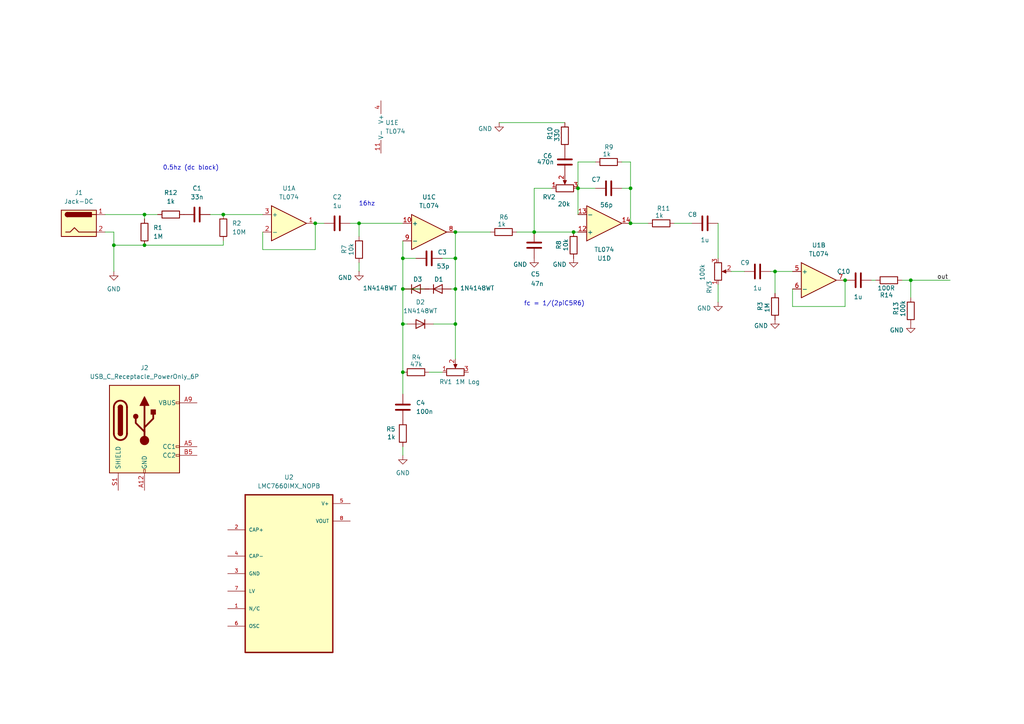
<source format=kicad_sch>
(kicad_sch (version 20250114) (generator "eeschema") (generator_version "9.0")
  (paper "A4")
  (lib_symbols
    (symbol "Amplifier_Operational:TL074" (pin_names (offset 0.127))
      (property "Reference" "U" (at 0 5.08 0))
      (property "Value" "TL074" (at 0 -5.08 0))
      (symbol "TL074_1_1"
        (polyline (pts (xy -5.08 5.08) (xy 5.08 0) (xy -5.08 -5.08) (xy -5.08 5.08)) (stroke (width 0.254)) (fill (type background)))
        (pin input line (at -7.62 2.54 0) (length 2.54) (name "+") (number "3"))
        (pin input line (at -7.62 -2.54 0) (length 2.54) (name "-") (number "2"))
        (pin output line (at 7.62 0 180) (length 2.54) (name "~") (number "1"))
      )
      (symbol "TL074_2_1"
        (polyline (pts (xy -5.08 5.08) (xy 5.08 0) (xy -5.08 -5.08) (xy -5.08 5.08)) (stroke (width 0.254)) (fill (type background)))
        (pin input line (at -7.62 2.54 0) (length 2.54) (name "+") (number "5"))
        (pin input line (at -7.62 -2.54 0) (length 2.54) (name "-") (number "6"))
        (pin output line (at 7.62 0 180) (length 2.54) (name "~") (number "7"))
      )
      (symbol "TL074_3_1"
        (polyline (pts (xy -5.08 5.08) (xy 5.08 0) (xy -5.08 -5.08) (xy -5.08 5.08)) (stroke (width 0.254)) (fill (type background)))
        (pin input line (at -7.62 2.54 0) (length 2.54) (name "+") (number "10"))
        (pin input line (at -7.62 -2.54 0) (length 2.54) (name "-") (number "9"))
        (pin output line (at 7.62 0 180) (length 2.54) (name "~") (number "8"))
      )
      (symbol "TL074_4_1"
        (polyline (pts (xy -5.08 5.08) (xy 5.08 0) (xy -5.08 -5.08) (xy -5.08 5.08)) (stroke (width 0.254)) (fill (type background)))
        (pin input line (at -7.62 2.54 0) (length 2.54) (name "+") (number "12"))
        (pin input line (at -7.62 -2.54 0) (length 2.54) (name "-") (number "13"))
        (pin output line (at 7.62 0 180) (length 2.54) (name "~") (number "14"))
      )
      (symbol "TL074_5_1"
        (pin power_in line (at -2.54 7.62 270) (length 3.81) (name "V+") (number "4"))
        (pin power_in line (at -2.54 -7.62 90) (length 3.81) (name "V-") (number "11"))
      )
    )
    (symbol "Connector:Jack-DC" (pin_names (offset 1.016))
      (property "Reference" "J" (at 0 5.334 0))
      (property "Value" "Jack-DC" (at 0 -5.08 0))
      (symbol "Jack-DC_0_1"
        (rectangle (start -5.08 3.81) (end 5.08 -3.81) (stroke (width 0.254)) (fill (type background)))
        (polyline (pts (xy -3.81 -2.54) (xy -2.54 -2.54) (xy -1.27 -1.27) (xy 0 -2.54) (xy 2.54 -2.54) (xy 5.08 -2.54)) (stroke (width 0.254)))
        (arc (start -3.302 1.905) (mid -3.9343 2.54) (end -3.302 3.175) (stroke (width 0.254)))
        (arc (start -3.302 1.905) (mid -3.9343 2.54) (end -3.302 3.175) (stroke (width 0.254)) (fill (type outline)))
        (rectangle (start 3.683 3.175) (end -3.302 1.905) (stroke (width 0.254)) (fill (type outline)))
        (polyline (pts (xy 5.08 2.54) (xy 3.81 2.54)) (stroke (width 0.254)))
      )
      (symbol "Jack-DC_1_1"
        (pin passive line (at 7.62 2.54 180) (length 2.54) (name "~") (number "1"))
        (pin passive line (at 7.62 -2.54 180) (length 2.54) (name "~") (number "2"))
      )
    )
    (symbol "Connector:USB_C_Receptacle_PowerOnly_6P" (pin_names (offset 1.016))
      (property "Reference" "J" (at 0 16.51 0))
      (property "Value" "USB_C_Receptacle_PowerOnly_6P" (at 0 13.97 0))
      (symbol "USB_C_Receptacle_PowerOnly_6P_0_0"
        (rectangle (start -0.254 -12.7) (end 0.254 -11.684))
        (rectangle (start 10.16 7.874) (end 9.144 7.366))
        (rectangle (start 10.16 -4.826) (end 9.144 -5.334))
        (rectangle (start 10.16 -7.366) (end 9.144 -7.874))
      )
      (symbol "USB_C_Receptacle_PowerOnly_6P_0_1"
        (rectangle (start -10.16 12.7) (end 10.16 -12.7) (stroke (width 0.254)) (fill (type background)))
        (polyline (pts (xy -8.89 -1.27) (xy -8.89 6.35)) (stroke (width 0.508)))
        (rectangle (start -7.62 -1.27) (end -6.35 6.35) (stroke (width 0.254)) (fill (type outline)))
        (arc (start -7.62 6.35) (mid -6.985 6.9823) (end -6.35 6.35) (stroke (width 0.254)))
        (arc (start -7.62 6.35) (mid -6.985 6.9823) (end -6.35 6.35) (stroke (width 0.254)) (fill (type outline)))
        (arc (start -8.89 6.35) (mid -6.985 8.2467) (end -5.08 6.35) (stroke (width 0.508)))
        (arc (start -5.08 -1.27) (mid -6.985 -3.1667) (end -8.89 -1.27) (stroke (width 0.508)))
        (arc (start -6.35 -1.27) (mid -6.985 -1.9023) (end -7.62 -1.27) (stroke (width 0.254)))
        (arc (start -6.35 -1.27) (mid -6.985 -1.9023) (end -7.62 -1.27) (stroke (width 0.254)) (fill (type outline)))
        (polyline (pts (xy -5.08 6.35) (xy -5.08 -1.27)) (stroke (width 0.508)))
        (circle (center -2.54 3.683) (radius 0.635) (stroke (width 0.254)) (fill (type outline)))
        (polyline (pts (xy -1.27 6.858) (xy 0 9.398) (xy 1.27 6.858) (xy -1.27 6.858)) (stroke (width 0.254)) (fill (type outline)))
        (polyline (pts (xy 0 0.508) (xy 2.54 3.048) (xy 2.54 4.318)) (stroke (width 0.508)))
        (polyline (pts (xy 0 -0.762) (xy -2.54 1.778) (xy -2.54 3.048)) (stroke (width 0.508)))
        (polyline (pts (xy 0 -3.302) (xy 0 6.858)) (stroke (width 0.508)))
        (circle (center 0 -3.302) (radius 1.27) (fill (type outline)))
        (rectangle (start 1.905 4.318) (end 3.175 5.588) (stroke (width 0.254)) (fill (type outline)))
      )
      (symbol "USB_C_Receptacle_PowerOnly_6P_1_1"
        (pin passive line (at -7.62 -17.78 90) (length 5.08) (name "SHIELD") (number "S1"))
        (pin passive line (at 0 -17.78 90) (length 5.08) (name "GND") (number "A12"))
        (pin passive line (at 0 -17.78 90) (length 5.08) (hide yes) (name "GND") (number "B12"))
        (pin passive line (at 15.24 7.62 180) (length 5.08) (name "VBUS") (number "A9"))
        (pin passive line (at 15.24 7.62 180) (length 5.08) (hide yes) (name "VBUS") (number "B9"))
        (pin bidirectional line (at 15.24 -5.08 180) (length 5.08) (name "CC1") (number "A5"))
        (pin bidirectional line (at 15.24 -7.62 180) (length 5.08) (name "CC2") (number "B5"))
      )
    )
    (symbol "Device:C" (pin_numbers (hide yes)) (pin_names (offset 0.254))
      (property "Reference" "C" (at 0.635 2.54 0))
      (property "Value" "C" (at 0.635 -2.54 0))
      (symbol "C_0_1"
        (polyline (pts (xy -2.032 0.762) (xy 2.032 0.762)) (stroke (width 0.508)))
        (polyline (pts (xy -2.032 -0.762) (xy 2.032 -0.762)) (stroke (width 0.508)))
      )
      (symbol "C_1_1"
        (pin passive line (at 0 3.81 270) (length 2.794) (name "~") (number "1"))
        (pin passive line (at 0 -3.81 90) (length 2.794) (name "~") (number "2"))
      )
    )
    (symbol "Device:R" (pin_numbers (hide yes)) (pin_names (offset 0))
      (property "Reference" "R" (at 2.032 0 90))
      (property "Value" "R" (at 0 0 90))
      (symbol "R_0_1"
        (rectangle (start -1.016 -2.54) (end 1.016 2.54) (stroke (width 0.254)))
      )
      (symbol "R_1_1"
        (pin passive line (at 0 3.81 270) (length 1.27) (name "~") (number "1"))
        (pin passive line (at 0 -3.81 90) (length 1.27) (name "~") (number "2"))
      )
    )
    (symbol "Device:R_Potentiometer" (pin_names (offset 1.016) (hide yes))
      (property "Reference" "RV" (at -4.445 0 90))
      (property "Value" "R_Potentiometer" (at -2.54 0 90))
      (symbol "R_Potentiometer_0_1"
        (rectangle (start 1.016 2.54) (end -1.016 -2.54) (stroke (width 0.254)))
        (polyline (pts (xy 1.143 0) (xy 2.286 0.508) (xy 2.286 -0.508) (xy 1.143 0)) (fill (type outline)))
        (polyline (pts (xy 2.54 0) (xy 1.524 0)))
      )
      (symbol "R_Potentiometer_1_1"
        (pin passive line (at 0 3.81 270) (length 1.27) (name "1") (number "1"))
        (pin passive line (at 0 -3.81 90) (length 1.27) (name "3") (number "3"))
        (pin passive line (at 3.81 0 180) (length 1.27) (name "2") (number "2"))
      )
    )
    (symbol "Diode:1N4148WT" (pin_numbers (hide yes)) (pin_names (hide yes))
      (property "Reference" "D" (at 0 2.54 0))
      (property "Value" "1N4148WT" (at 0 -2.54 0))
      (symbol "1N4148WT_0_1"
        (polyline (pts (xy -1.27 1.27) (xy -1.27 -1.27)) (stroke (width 0.254)))
        (polyline (pts (xy 1.27 1.27) (xy 1.27 -1.27) (xy -1.27 0) (xy 1.27 1.27)) (stroke (width 0.254)))
        (polyline (pts (xy 1.27 0) (xy -1.27 0)))
      )
      (symbol "1N4148WT_1_1"
        (pin passive line (at -3.81 0 0) (length 2.54) (name "K") (number "1"))
        (pin passive line (at 3.81 0 180) (length 2.54) (name "A") (number "2"))
      )
    )
    (symbol "LMC7660IMX_NOPB:LMC7660IMX_NOPB" (pin_names (offset 1.016))
      (property "Reference" "U" (at -12.7 23.86 0))
      (property "Value" "LMC7660IMX_NOPB" (at -12.7 -26.86 0))
      (symbol "LMC7660IMX_NOPB_0_0"
        (rectangle (start -12.7 -22.86) (end 12.7 22.86) (stroke (width 0.41)) (fill (type background)))
        (pin bidirectional line (at -17.78 12.7 0) (length 5.08) (name "CAP+") (number "2"))
        (pin bidirectional line (at -17.78 5.08 0) (length 5.08) (name "CAP-") (number "4"))
        (pin bidirectional line (at -17.78 0 0) (length 5.08) (name "GND") (number "3"))
        (pin bidirectional line (at -17.78 -5.08 0) (length 5.08) (name "LV") (number "7"))
        (pin bidirectional line (at -17.78 -10.16 0) (length 5.08) (name "N/C") (number "1"))
        (pin bidirectional line (at -17.78 -15.24 0) (length 5.08) (name "OSC") (number "6"))
        (pin power_in line (at 17.78 20.32 180) (length 5.08) (name "V+") (number "5"))
        (pin output line (at 17.78 15.24 180) (length 5.08) (name "VOUT") (number "8"))
      )
    )
    (symbol "power:GND" (power) (pin_numbers (hide yes)) (pin_names (offset 0) (hide yes))
      (property "Value" "GND" (at 0 -3.81 0))
      (symbol "GND_0_1"
        (polyline (pts (xy 0 0) (xy 0 -1.27) (xy 1.27 -1.27) (xy 0 -2.54) (xy -1.27 -1.27) (xy 0 -1.27)))
      )
      (symbol "GND_1_1"
        (pin power_in line (at 0 0 270) (length 0) (name "~") (number "1"))
      )
    )
  )
  (text "16hz" (at 106.426 59.182 0) (effects (font (size 1.27 1.27))))
  (text "fc = 1/(2piC5R6)" (at 160.782 88.138 0) (effects (font (size 1.27 1.27))))
  (text "0.5hz (dc block)" (at 55.372 48.768 0) (effects (font (size 1.27 1.27))))
  (junction (at 64.77 62.23))
  (junction (at 116.84 93.98))
  (junction (at 182.88 64.77))
  (junction (at 182.88 54.61))
  (junction (at 116.84 83.82))
  (junction (at 33.02 71.12))
  (junction (at 41.91 71.12))
  (junction (at 132.08 93.98))
  (junction (at 116.84 107.95))
  (junction (at 104.14 64.77))
  (junction (at 245.11 81.28))
  (junction (at 91.44 64.77))
  (junction (at 224.79 78.74))
  (junction (at 166.37 67.31))
  (junction (at 264.16 81.28))
  (junction (at 116.84 74.93))
  (junction (at 154.94 67.31))
  (junction (at 132.08 83.82))
  (junction (at 41.91 62.23))
  (junction (at 132.08 74.93))
  (junction (at 132.08 67.31))
  (junction (at 167.64 54.61))
  (wire (pts (xy 154.94 67.31) (xy 166.37 67.31)))
  (wire (pts (xy 160.02 54.61) (xy 154.94 54.61)))
  (wire (pts (xy 245.11 88.9) (xy 245.11 81.28)))
  (wire (pts (xy 64.77 62.23) (xy 76.2 62.23)))
  (wire (pts (xy 41.91 62.23) (xy 41.91 63.5)))
  (wire (pts (xy 116.84 83.82) (xy 116.84 93.98)))
  (wire (pts (xy 76.2 72.39) (xy 91.44 72.39)))
  (wire (pts (xy 124.46 107.95) (xy 128.27 107.95)))
  (wire (pts (xy 116.84 74.93) (xy 120.65 74.93)))
  (wire (pts (xy 132.08 93.98) (xy 132.08 104.14)))
  (wire (pts (xy 116.84 69.85) (xy 116.84 74.93)))
  (wire (pts (xy 116.84 93.98) (xy 118.11 93.98)))
  (wire (pts (xy 116.84 74.93) (xy 116.84 83.82)))
  (wire (pts (xy 30.48 62.23) (xy 41.91 62.23)))
  (wire (pts (xy 33.02 71.12) (xy 41.91 71.12)))
  (wire (pts (xy 33.02 67.31) (xy 33.02 71.12)))
  (wire (pts (xy 180.34 54.61) (xy 182.88 54.61)))
  (wire (pts (xy 224.79 78.74) (xy 224.79 85.09)))
  (wire (pts (xy 116.84 93.98) (xy 116.84 107.95)))
  (wire (pts (xy 264.16 81.28) (xy 275.59 81.28)))
  (wire (pts (xy 264.16 81.28) (xy 264.16 86.36)))
  (wire (pts (xy 104.14 76.2) (xy 104.14 78.74)))
  (wire (pts (xy 208.28 82.55) (xy 208.28 87.63)))
  (wire (pts (xy 223.52 78.74) (xy 224.79 78.74)))
  (wire (pts (xy 91.44 64.77) (xy 93.98 64.77)))
  (wire (pts (xy 116.84 83.82) (xy 123.19 83.82)))
  (wire (pts (xy 182.88 46.99) (xy 182.88 54.61)))
  (wire (pts (xy 104.14 64.77) (xy 104.14 68.58)))
  (wire (pts (xy 76.2 67.31) (xy 76.2 72.39)))
  (wire (pts (xy 30.48 67.31) (xy 33.02 67.31)))
  (wire (pts (xy 33.02 71.12) (xy 33.02 78.74)))
  (wire (pts (xy 195.58 64.77) (xy 200.66 64.77)))
  (wire (pts (xy 132.08 93.98) (xy 132.08 83.82)))
  (wire (pts (xy 116.84 132.08) (xy 116.84 129.54)))
  (wire (pts (xy 154.94 54.61) (xy 154.94 67.31)))
  (wire (pts (xy 224.79 78.74) (xy 229.87 78.74)))
  (wire (pts (xy 167.64 54.61) (xy 172.72 54.61)))
  (wire (pts (xy 132.08 67.31) (xy 132.08 74.93)))
  (wire (pts (xy 252.73 81.28) (xy 254 81.28)))
  (wire (pts (xy 144.78 35.56) (xy 163.83 35.56)))
  (wire (pts (xy 101.6 64.77) (xy 104.14 64.77)))
  (wire (pts (xy 154.94 67.31) (xy 149.86 67.31)))
  (wire (pts (xy 41.91 71.12) (xy 64.77 71.12)))
  (wire (pts (xy 130.81 83.82) (xy 132.08 83.82)))
  (wire (pts (xy 182.88 64.77) (xy 187.96 64.77)))
  (wire (pts (xy 132.08 74.93) (xy 132.08 83.82)))
  (wire (pts (xy 167.64 54.61) (xy 167.64 62.23)))
  (wire (pts (xy 125.73 93.98) (xy 132.08 93.98)))
  (wire (pts (xy 60.96 62.23) (xy 64.77 62.23)))
  (wire (pts (xy 64.77 71.12) (xy 64.77 69.85)))
  (wire (pts (xy 128.27 74.93) (xy 132.08 74.93)))
  (wire (pts (xy 104.14 64.77) (xy 116.84 64.77)))
  (wire (pts (xy 132.08 67.31) (xy 142.24 67.31)))
  (wire (pts (xy 180.34 46.99) (xy 182.88 46.99)))
  (wire (pts (xy 167.64 67.31) (xy 166.37 67.31)))
  (wire (pts (xy 172.72 46.99) (xy 167.64 46.99)))
  (wire (pts (xy 261.62 81.28) (xy 264.16 81.28)))
  (wire (pts (xy 208.28 64.77) (xy 208.28 74.93)))
  (wire (pts (xy 45.72 62.23) (xy 41.91 62.23)))
  (wire (pts (xy 116.84 107.95) (xy 116.84 114.3)))
  (wire (pts (xy 212.09 78.74) (xy 215.9 78.74)))
  (wire (pts (xy 229.87 88.9) (xy 245.11 88.9)))
  (wire (pts (xy 182.88 54.61) (xy 182.88 64.77)))
  (wire (pts (xy 167.64 46.99) (xy 167.64 54.61)))
  (wire (pts (xy 91.44 72.39) (xy 91.44 64.77)))
  (wire (pts (xy 229.87 83.82) (xy 229.87 88.9)))
  (label "out" (at 271.78 81.28 0))
  (symbol (lib_id "Amplifier_Operational:TL074") (at 83.82 64.77 0) (unit 1)
    (property "Reference" "U1" (at 83.82 54.61 0))
    (property "Value" "TL074" (at 83.82 57.15 0))
    (property "Datasheet" "http://www.ti.com/lit/ds/symlink/tl071.pdf" (effects (hide yes)))
    (property "Description" "Quad Low-Noise JFET-Input Operational Amplifiers, DIP-14/SOIC-14" (effects (hide yes)))
  )
  (symbol (lib_id "Amplifier_Operational:TL074") (at 124.46 67.31 0) (unit 3)
    (property "Reference" "U1" (at 124.46 57.15 0))
    (property "Value" "TL074" (at 124.46 59.69 0))
    (property "Datasheet" "http://www.ti.com/lit/ds/symlink/tl071.pdf" (effects (hide yes)))
    (property "Description" "Quad Low-Noise JFET-Input Operational Amplifiers, DIP-14/SOIC-14" (effects (hide yes)))
  )
  (symbol (lib_id "Device:C") (at 116.84 118.11 0) (unit 1)
    (property "Reference" "C4" (at 120.65 116.8399 0) (effects (justify left)))
    (property "Value" "100n" (at 120.65 119.3799 0) (effects (justify left)))
    (property "Description" "Unpolarized capacitor" (effects (hide yes)))
  )
  (symbol (lib_id "Device:C") (at 124.46 74.93 90) (unit 1)
    (property "Reference" "C3" (at 128.27 73.152 90))
    (property "Value" "53p" (at 128.524 77.216 90))
    (property "Description" "Unpolarized capacitor" (effects (hide yes)))
  )
  (symbol (lib_id "Amplifier_Operational:TL074") (at 113.03 36.83 0) (unit 5)
    (property "Reference" "U1" (at 111.76 35.5599 0) (effects (justify left)))
    (property "Value" "TL074" (at 111.76 38.0999 0) (effects (justify left)))
    (property "Datasheet" "http://www.ti.com/lit/ds/symlink/tl071.pdf" (effects (hide yes)))
    (property "Description" "Quad Low-Noise JFET-Input Operational Amplifiers, DIP-14/SOIC-14" (effects (hide yes)))
  )
  (symbol (lib_id "LMC7660IMX_NOPB:LMC7660IMX_NOPB") (at 83.82 166.37 0) (unit 1)
    (property "Reference" "U2" (at 83.82 138.43 0))
    (property "Value" "LMC7660IMX_NOPB" (at 83.82 140.97 0))
    (property "Footprint" "LMC7660IMX_NOPB:SOIC127P599X175-8N" (effects (hide yes)))
    (property "MF" "Texas Instruments" (effects (hide yes)))
    (property "Description_1" "1.5-V to 10-V switched capacitor voltage converter" (effects (hide yes)))
    (property "Package" "SOIC-8 Texas Instruments" (effects (hide yes)))
    (property "Price" "None" (effects (hide yes)))
    (property "SnapEDA_Link" "https://www.snapeda.com/parts/LMC7660IMX/NOPB/Texas+Instruments/view-part/?ref=snap" (effects (hide yes)))
    (property "MP" "LMC7660IMX/NOPB" (effects (hide yes)))
    (property "Availability" "In Stock" (effects (hide yes)))
    (property "Check_prices" "https://www.snapeda.com/parts/LMC7660IMX/NOPB/Texas+Instruments/view-part/?ref=eda" (effects (hide yes)))
    (property "JLC" "C7556" (effects (hide yes)))
  )
  (symbol (lib_id "Device:R") (at 264.16 90.17 0) (unit 1)
    (property "Reference" "R13" (at 259.842 91.44 90) (effects (justify left)))
    (property "Value" "100k" (at 261.874 91.948 90) (effects (justify left)))
    (property "Description" "Resistor" (effects (hide yes)))
  )
  (symbol (lib_id "Device:R") (at 146.05 67.31 270) (unit 1)
    (property "Reference" "R6" (at 144.78 62.992 90) (effects (justify left)))
    (property "Value" "1k" (at 144.272 65.024 90) (effects (justify left)))
    (property "Description" "Resistor" (effects (hide yes)))
  )
  (symbol (lib_id "Device:R_Potentiometer") (at 132.08 107.95 90) (unit 1)
    (property "Reference" "RV1" (at 129.286 110.744 90))
    (property "Value" "1M Log" (at 135.636 110.744 90))
    (property "Description" "Potentiometer" (effects (hide yes)))
  )
  (symbol (lib_id "Device:R") (at 166.37 71.12 0) (unit 1)
    (property "Reference" "R8" (at 162.052 72.39 90) (effects (justify left)))
    (property "Value" "10k" (at 164.084 72.898 90) (effects (justify left)))
    (property "Description" "Resistor" (effects (hide yes)))
  )
  (symbol (lib_id "power:GND") (at 144.78 35.56 0) (unit 1)
    (property "Reference" "#PWR07" (effects (hide yes)))
    (property "Value" "GND" (at 140.716 37.338 0))
    (property "Description" "Power symbol creates a global label with name \"GND\" , ground" (effects (hide yes)))
  )
  (symbol (lib_id "Device:R") (at 224.79 88.9 0) (unit 1)
    (property "Reference" "R3" (at 220.472 90.17 90) (effects (justify left)))
    (property "Value" "1M" (at 222.504 90.678 90) (effects (justify left)))
    (property "Description" "Resistor" (effects (hide yes)))
  )
  (symbol (lib_id "Device:R") (at 163.83 39.37 0) (unit 1)
    (property "Reference" "R10" (at 159.512 40.64 90) (effects (justify left)))
    (property "Value" "330" (at 161.544 41.148 90) (effects (justify left)))
    (property "Description" "Resistor" (effects (hide yes)))
  )
  (symbol (lib_id "Diode:1N4148WT") (at 120.65 83.82 0) (unit 1)
    (property "Reference" "D3" (at 121.158 81.026 0))
    (property "Value" "1N4148WT" (at 110.236 83.566 0))
    (property "Footprint" "Diode_SMD:D_SOD-523" (effects (hide yes)))
    (property "Datasheet" "https://www.diodes.com/assets/Datasheets/ds30396.pdf" (effects (hide yes)))
    (property "Description" "75V 0.15A Fast switching Diode, SOD-523" (effects (hide yes)))
    (property "Sim.Device" "D" (effects (hide yes)))
    (property "Sim.Pins" "1=K 2=A" (effects (hide yes)))
  )
  (symbol (lib_id "Device:R") (at 104.14 72.39 0) (unit 1)
    (property "Reference" "R7" (at 99.822 73.66 90) (effects (justify left)))
    (property "Value" "10k" (at 101.854 74.168 90) (effects (justify left)))
    (property "Description" "Resistor" (effects (hide yes)))
  )
  (symbol (lib_id "power:GND") (at 116.84 132.08 0) (unit 1)
    (property "Reference" "#PWR03" (effects (hide yes)))
    (property "Value" "GND" (at 116.84 137.16 0))
    (property "Description" "Power symbol creates a global label with name \"GND\" , ground" (effects (hide yes)))
  )
  (symbol (lib_id "Device:C") (at 57.15 62.23 90) (unit 1)
    (property "Reference" "C1" (at 57.15 54.61 90))
    (property "Value" "33n" (at 57.15 57.15 90))
    (property "Description" "Unpolarized capacitor" (effects (hide yes)))
  )
  (symbol (lib_id "Device:C") (at 176.53 54.61 270) (unit 1)
    (property "Reference" "C7" (at 174.244 52.07 90) (effects (justify right)))
    (property "Value" "56p" (at 177.8 59.436 90) (effects (justify right)))
    (property "Description" "Unpolarized capacitor" (effects (hide yes)))
  )
  (symbol (lib_id "Amplifier_Operational:TL074") (at 175.26 64.77 0) (mirror x) (unit 4)
    (property "Reference" "U1" (at 175.26 74.93 0))
    (property "Value" "TL074" (at 175.26 72.39 0))
    (property "Datasheet" "http://www.ti.com/lit/ds/symlink/tl071.pdf" (effects (hide yes)))
    (property "Description" "Quad Low-Noise JFET-Input Operational Amplifiers, DIP-14/SOIC-14" (effects (hide yes)))
  )
  (symbol (lib_id "power:GND") (at 166.37 74.93 0) (unit 1)
    (property "Reference" "#PWR06" (effects (hide yes)))
    (property "Value" "GND" (at 162.306 76.708 0))
    (property "Description" "Power symbol creates a global label with name \"GND\" , ground" (effects (hide yes)))
  )
  (symbol (lib_id "Device:R") (at 257.81 81.28 90) (unit 1)
    (property "Reference" "R14" (at 259.08 85.598 90) (effects (justify left)))
    (property "Value" "100R" (at 259.588 83.566 90) (effects (justify left)))
    (property "Description" "Resistor" (effects (hide yes)))
  )
  (symbol (lib_id "Device:C") (at 97.79 64.77 90) (unit 1)
    (property "Reference" "C2" (at 97.79 57.15 90))
    (property "Value" "1u" (at 97.79 59.69 90))
    (property "Description" "Unpolarized capacitor" (effects (hide yes)))
  )
  (symbol (lib_id "Device:C") (at 163.83 46.99 180) (unit 1)
    (property "Reference" "C6" (at 157.48 45.212 0) (effects (justify right)))
    (property "Value" "470n" (at 155.702 46.99 0) (effects (justify right)))
    (property "Description" "Unpolarized capacitor" (effects (hide yes)))
  )
  (symbol (lib_id "Diode:1N4148WT") (at 127 83.82 0) (unit 1)
    (property "Reference" "D1" (at 127.254 81.026 0))
    (property "Value" "1N4148WT" (at 138.43 83.566 0))
    (property "Footprint" "Diode_SMD:D_SOD-523" (effects (hide yes)))
    (property "Datasheet" "https://www.diodes.com/assets/Datasheets/ds30396.pdf" (effects (hide yes)))
    (property "Description" "75V 0.15A Fast switching Diode, SOD-523" (effects (hide yes)))
    (property "Sim.Device" "D" (effects (hide yes)))
    (property "Sim.Pins" "1=K 2=A" (effects (hide yes)))
  )
  (symbol (lib_id "Device:R_Potentiometer") (at 208.28 78.74 0) (mirror x) (unit 1)
    (property "Reference" "RV3" (at 205.74 83.312 90))
    (property "Value" "100k" (at 203.708 78.994 90))
    (property "Description" "Potentiometer" (effects (hide yes)))
  )
  (symbol (lib_id "Device:R") (at 191.77 64.77 270) (unit 1)
    (property "Reference" "R11" (at 190.5 60.452 90) (effects (justify left)))
    (property "Value" "1k" (at 189.992 62.484 90) (effects (justify left)))
    (property "Description" "Resistor" (effects (hide yes)))
  )
  (symbol (lib_id "power:GND") (at 154.94 74.93 0) (unit 1)
    (property "Reference" "#PWR05" (effects (hide yes)))
    (property "Value" "GND" (at 150.876 76.708 0))
    (property "Description" "Power symbol creates a global label with name \"GND\" , ground" (effects (hide yes)))
  )
  (symbol (lib_id "power:GND") (at 104.14 78.74 0) (unit 1)
    (property "Reference" "#PWR04" (effects (hide yes)))
    (property "Value" "GND" (at 100.076 80.518 0))
    (property "Description" "Power symbol creates a global label with name \"GND\" , ground" (effects (hide yes)))
  )
  (symbol (lib_id "Device:R_Potentiometer") (at 163.83 54.61 90) (unit 1)
    (property "Reference" "RV2" (at 159.258 57.15 90))
    (property "Value" "20k" (at 163.576 59.182 90))
    (property "Description" "Potentiometer" (effects (hide yes)))
  )
  (symbol (lib_id "Device:C") (at 248.92 81.28 270) (unit 1)
    (property "Reference" "C10" (at 246.634 78.74 90) (effects (justify right)))
    (property "Value" "1u" (at 250.19 86.106 90) (effects (justify right)))
    (property "Description" "Unpolarized capacitor" (effects (hide yes)))
  )
  (symbol (lib_id "Device:R") (at 49.53 62.23 90) (unit 1)
    (property "Reference" "R12" (at 49.53 55.88 90))
    (property "Value" "1k" (at 49.53 58.42 90))
    (property "Description" "Resistor" (effects (hide yes)))
  )
  (symbol (lib_id "power:GND") (at 224.79 92.71 0) (unit 1)
    (property "Reference" "#PWR02" (effects (hide yes)))
    (property "Value" "GND" (at 220.726 94.488 0))
    (property "Description" "Power symbol creates a global label with name \"GND\" , ground" (effects (hide yes)))
  )
  (symbol (lib_id "Device:R") (at 41.91 67.31 0) (unit 1)
    (property "Reference" "R1" (at 44.45 66.0399 0) (effects (justify left)))
    (property "Value" "1M" (at 44.45 68.5799 0) (effects (justify left)))
    (property "Description" "Resistor" (effects (hide yes)))
  )
  (symbol (lib_id "Device:C") (at 204.47 64.77 270) (unit 1)
    (property "Reference" "C8" (at 202.184 62.23 90) (effects (justify right)))
    (property "Value" "1u" (at 205.74 69.596 90) (effects (justify right)))
    (property "Description" "Unpolarized capacitor" (effects (hide yes)))
  )
  (symbol (lib_id "Device:C") (at 154.94 71.12 180) (unit 1)
    (property "Reference" "C5" (at 153.924 79.502 0) (effects (justify right)))
    (property "Value" "47n" (at 153.924 82.296 0) (effects (justify right)))
    (property "Description" "Unpolarized capacitor" (effects (hide yes)))
  )
  (symbol (lib_id "power:GND") (at 33.02 78.74 0) (unit 1)
    (property "Reference" "#PWR01" (effects (hide yes)))
    (property "Value" "GND" (at 33.02 83.82 0))
    (property "Description" "Power symbol creates a global label with name \"GND\" , ground" (effects (hide yes)))
  )
  (symbol (lib_id "Device:R") (at 116.84 125.73 0) (unit 1)
    (property "Reference" "R5" (at 112.014 124.46 0) (effects (justify left)))
    (property "Value" "1k" (at 112.268 126.746 0) (effects (justify left)))
    (property "Description" "Resistor" (effects (hide yes)))
  )
  (symbol (lib_id "Device:R") (at 64.77 66.04 0) (unit 1)
    (property "Reference" "R2" (at 67.31 64.7699 0) (effects (justify left)))
    (property "Value" "10M" (at 67.31 67.3099 0) (effects (justify left)))
    (property "Description" "Resistor" (effects (hide yes)))
  )
  (symbol (lib_id "power:GND") (at 208.28 87.63 0) (unit 1)
    (property "Reference" "#PWR08" (effects (hide yes)))
    (property "Value" "GND" (at 204.216 89.408 0))
    (property "Description" "Power symbol creates a global label with name \"GND\" , ground" (effects (hide yes)))
  )
  (symbol (lib_id "Connector:USB_C_Receptacle_PowerOnly_6P") (at 41.91 124.46 0) (unit 1)
    (property "Reference" "J2" (at 41.91 106.68 0))
    (property "Value" "USB_C_Receptacle_PowerOnly_6P" (at 41.91 109.22 0))
    (property "Datasheet" "https://www.usb.org/sites/default/files/documents/usb_type-c.zip" (effects (hide yes)))
    (property "Description" "USB Power-Only 6P Type-C Receptacle connector" (effects (hide yes)))
  )
  (symbol (lib_id "power:GND") (at 264.16 93.98 0) (unit 1)
    (property "Reference" "#PWR09" (effects (hide yes)))
    (property "Value" "GND" (at 260.096 95.758 0))
    (property "Description" "Power symbol creates a global label with name \"GND\" , ground" (effects (hide yes)))
  )
  (symbol (lib_id "Device:R") (at 120.65 107.95 270) (unit 1)
    (property "Reference" "R4" (at 119.38 103.632 90) (effects (justify left)))
    (property "Value" "47k" (at 118.872 105.664 90) (effects (justify left)))
    (property "Description" "Resistor" (effects (hide yes)))
  )
  (symbol (lib_id "Amplifier_Operational:TL074") (at 237.49 81.28 0) (unit 2)
    (property "Reference" "U1" (at 237.49 71.12 0))
    (property "Value" "TL074" (at 237.49 73.66 0))
    (property "Datasheet" "http://www.ti.com/lit/ds/symlink/tl071.pdf" (effects (hide yes)))
    (property "Description" "Quad Low-Noise JFET-Input Operational Amplifiers, DIP-14/SOIC-14" (effects (hide yes)))
  )
  (symbol (lib_id "Device:R") (at 176.53 46.99 270) (unit 1)
    (property "Reference" "R9" (at 175.26 42.672 90) (effects (justify left)))
    (property "Value" "1k" (at 174.752 44.704 90) (effects (justify left)))
    (property "Description" "Resistor" (effects (hide yes)))
  )
  (symbol (lib_id "Device:C") (at 219.71 78.74 270) (unit 1)
    (property "Reference" "C9" (at 217.424 76.2 90) (effects (justify right)))
    (property "Value" "1u" (at 220.98 83.566 90) (effects (justify right)))
    (property "Description" "Unpolarized capacitor" (effects (hide yes)))
  )
  (symbol (lib_id "Connector:Jack-DC") (at 22.86 64.77 0) (unit 1)
    (property "Reference" "J1" (at 22.86 55.88 0))
    (property "Value" "Jack-DC" (at 22.86 58.42 0))
    (property "Description" "DC Barrel Jack" (effects (hide yes)))
  )
  (symbol (lib_id "Diode:1N4148WT") (at 121.92 93.98 180) (unit 1)
    (property "Reference" "D2" (at 121.92 87.63 0))
    (property "Value" "1N4148WT" (at 121.92 90.17 0))
    (property "Footprint" "Diode_SMD:D_SOD-523" (effects (hide yes)))
    (property "Datasheet" "https://www.diodes.com/assets/Datasheets/ds30396.pdf" (effects (hide yes)))
    (property "Description" "75V 0.15A Fast switching Diode, SOD-523" (effects (hide yes)))
    (property "Sim.Device" "D" (effects (hide yes)))
    (property "Sim.Pins" "1=K 2=A" (effects (hide yes)))
  )
)
</source>
